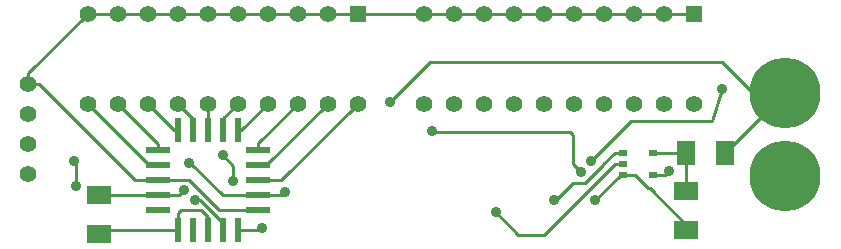
<source format=gbl>
G04 (created by PCBNEW (2013-may-18)-stable) date Thu Jun 15 09:17:52 2017*
%MOIN*%
G04 Gerber Fmt 3.4, Leading zero omitted, Abs format*
%FSLAX34Y34*%
G01*
G70*
G90*
G04 APERTURE LIST*
%ADD10C,0.00590551*%
%ADD11R,0.03X0.02*%
%ADD12R,0.08X0.06*%
%ADD13R,0.06X0.08*%
%ADD14C,0.23622*%
%ADD15R,0.0787402X0.023622*%
%ADD16R,0.023622X0.0787402*%
%ADD17R,0.055X0.055*%
%ADD18C,0.055*%
%ADD19C,0.035*%
%ADD20C,0.01*%
G04 APERTURE END LIST*
G54D10*
G54D11*
X29578Y-10985D03*
X29578Y-10235D03*
X30578Y-10985D03*
X29578Y-10610D03*
X30578Y-10235D03*
G54D12*
X31692Y-12815D03*
X31692Y-11515D03*
G54D13*
X31692Y-10236D03*
X32992Y-10236D03*
G54D12*
X12106Y-12953D03*
X12106Y-11653D03*
G54D14*
X35000Y-11003D03*
X35000Y-8248D03*
G54D15*
X17421Y-11161D03*
X17421Y-11661D03*
X17421Y-12161D03*
X17421Y-10661D03*
X17421Y-10161D03*
X14074Y-12161D03*
X14074Y-11661D03*
X14074Y-11161D03*
X14074Y-10661D03*
X14074Y-10161D03*
G54D16*
X16748Y-12834D03*
X16248Y-12834D03*
X15748Y-12834D03*
X15248Y-12834D03*
X14748Y-12834D03*
X14748Y-9488D03*
X15248Y-9488D03*
X15748Y-9488D03*
X16248Y-9488D03*
X16748Y-9488D03*
G54D17*
X20740Y-5606D03*
G54D18*
X19740Y-5606D03*
X18740Y-5606D03*
X17740Y-5606D03*
X16740Y-5606D03*
X15740Y-5606D03*
X14740Y-5606D03*
X13740Y-5606D03*
X12740Y-5606D03*
X11740Y-5606D03*
X11740Y-8606D03*
X12740Y-8606D03*
X13740Y-8606D03*
X14740Y-8606D03*
X15740Y-8606D03*
X16740Y-8606D03*
X17740Y-8606D03*
X18740Y-8606D03*
X19740Y-8606D03*
X20740Y-8606D03*
G54D17*
X31940Y-5606D03*
G54D18*
X30940Y-5606D03*
X29940Y-5606D03*
X28940Y-5606D03*
X27940Y-5606D03*
X26940Y-5606D03*
X25940Y-5606D03*
X24940Y-5606D03*
X23940Y-5606D03*
X22940Y-5606D03*
X22940Y-8606D03*
X23940Y-8606D03*
X24940Y-8606D03*
X25940Y-8606D03*
X26940Y-8606D03*
X27940Y-8606D03*
X28940Y-8606D03*
X29940Y-8606D03*
X30940Y-8606D03*
X31940Y-8606D03*
X9763Y-7964D03*
X9763Y-8964D03*
X9763Y-9952D03*
X9763Y-10952D03*
G54D19*
X28188Y-10885D03*
X23208Y-9527D03*
X14960Y-11496D03*
X16240Y-10334D03*
X16574Y-11181D03*
X25354Y-12224D03*
X18326Y-11535D03*
X15118Y-10570D03*
X21830Y-8543D03*
X15334Y-11830D03*
X28661Y-11830D03*
X31122Y-10866D03*
X28523Y-10531D03*
X32893Y-8110D03*
X27303Y-11830D03*
X17539Y-12755D03*
X11358Y-11358D03*
X11279Y-10511D03*
G54D20*
X27913Y-10374D02*
X27933Y-10374D01*
X27933Y-10393D02*
X27913Y-10374D01*
X27933Y-10629D02*
X27933Y-10393D01*
X28188Y-10885D02*
X27933Y-10629D01*
X23248Y-9566D02*
X23208Y-9527D01*
X27834Y-9566D02*
X23248Y-9566D01*
X27933Y-9665D02*
X27834Y-9566D01*
X27933Y-10374D02*
X27933Y-9665D01*
X14074Y-11661D02*
X14795Y-11661D01*
X14795Y-11661D02*
X14960Y-11496D01*
X16240Y-10334D02*
X16574Y-10669D01*
X16574Y-10669D02*
X16574Y-11181D01*
X14074Y-11661D02*
X12294Y-11661D01*
X12294Y-11661D02*
X12125Y-11830D01*
X29578Y-10610D02*
X29311Y-10610D01*
X29311Y-10610D02*
X26948Y-12972D01*
X26948Y-12972D02*
X26948Y-12992D01*
X26948Y-12992D02*
X26948Y-12972D01*
X26102Y-12972D02*
X25354Y-12224D01*
X26948Y-12972D02*
X26102Y-12972D01*
X18200Y-11661D02*
X17421Y-11661D01*
X18326Y-11535D02*
X18200Y-11661D01*
X17421Y-11661D02*
X16248Y-11661D01*
X16248Y-11661D02*
X15157Y-10570D01*
X15157Y-10570D02*
X15118Y-10570D01*
X17421Y-11161D02*
X18185Y-11161D01*
X18185Y-11161D02*
X20740Y-8606D01*
X14074Y-10661D02*
X13795Y-10661D01*
X13795Y-10661D02*
X11740Y-8606D01*
X17421Y-10661D02*
X17685Y-10661D01*
X17685Y-10661D02*
X19740Y-8606D01*
X17421Y-10161D02*
X17421Y-9925D01*
X17421Y-9925D02*
X18740Y-8606D01*
X16748Y-9488D02*
X16858Y-9488D01*
X16858Y-9488D02*
X17740Y-8606D01*
X16248Y-9488D02*
X16248Y-9098D01*
X16248Y-9098D02*
X16740Y-8606D01*
X15740Y-8606D02*
X15740Y-9480D01*
X15740Y-9480D02*
X15748Y-9488D01*
X15248Y-9488D02*
X15248Y-9114D01*
X15248Y-9114D02*
X14740Y-8606D01*
X14748Y-9488D02*
X14622Y-9488D01*
X14622Y-9488D02*
X13740Y-8606D01*
X14074Y-10161D02*
X14074Y-9940D01*
X14074Y-9940D02*
X12740Y-8606D01*
X35000Y-8248D02*
X33937Y-8248D01*
X23169Y-7204D02*
X22657Y-7716D01*
X32893Y-7204D02*
X23169Y-7204D01*
X33937Y-8248D02*
X32893Y-7204D01*
X35000Y-8248D02*
X34980Y-8248D01*
X34980Y-8248D02*
X32992Y-10236D01*
X16248Y-12834D02*
X16248Y-12586D01*
X21830Y-8543D02*
X22657Y-7716D01*
X15492Y-11830D02*
X15334Y-11830D01*
X16248Y-12586D02*
X15492Y-11830D01*
X34881Y-7539D02*
X35610Y-8267D01*
X22657Y-7716D02*
X22834Y-7539D01*
X29506Y-10985D02*
X29578Y-10985D01*
X28661Y-11830D02*
X29506Y-10985D01*
X29578Y-10985D02*
X29981Y-10985D01*
X31692Y-12637D02*
X31692Y-12815D01*
X30472Y-11417D02*
X31692Y-12637D01*
X30413Y-11417D02*
X30472Y-11417D01*
X29981Y-10985D02*
X30413Y-11417D01*
X11740Y-5606D02*
X12740Y-5606D01*
X9763Y-7964D02*
X9763Y-7582D01*
X9763Y-7582D02*
X11740Y-5606D01*
X30578Y-10985D02*
X31002Y-10985D01*
X31002Y-10985D02*
X31122Y-10866D01*
X29862Y-9192D02*
X28523Y-10531D01*
X32539Y-9192D02*
X29862Y-9192D01*
X32893Y-8110D02*
X32539Y-9192D01*
X9763Y-7964D02*
X10129Y-7964D01*
X13326Y-11161D02*
X14074Y-11161D01*
X10129Y-7964D02*
X13326Y-11161D01*
X12740Y-5606D02*
X13740Y-5606D01*
X13740Y-5606D02*
X14740Y-5606D01*
X14740Y-5606D02*
X15740Y-5606D01*
X15740Y-5606D02*
X16740Y-5606D01*
X16740Y-5606D02*
X17740Y-5606D01*
X17740Y-5606D02*
X18740Y-5606D01*
X18740Y-5606D02*
X19740Y-5606D01*
X19740Y-5606D02*
X20740Y-5606D01*
X20740Y-5606D02*
X22940Y-5606D01*
X22940Y-5606D02*
X23940Y-5606D01*
X23940Y-5606D02*
X24940Y-5606D01*
X24940Y-5606D02*
X25940Y-5606D01*
X25940Y-5606D02*
X26940Y-5606D01*
X26940Y-5606D02*
X27940Y-5606D01*
X27940Y-5606D02*
X28940Y-5606D01*
X28940Y-5606D02*
X29940Y-5606D01*
X29940Y-5606D02*
X30940Y-5606D01*
X30940Y-5606D02*
X31940Y-5606D01*
X14074Y-11161D02*
X15137Y-11161D01*
X15137Y-11161D02*
X16137Y-12161D01*
X16137Y-12161D02*
X17421Y-12161D01*
X27303Y-11830D02*
X27362Y-11830D01*
X28326Y-11259D02*
X28937Y-10649D01*
X27933Y-11259D02*
X28326Y-11259D01*
X27362Y-11830D02*
X27933Y-11259D01*
X29312Y-10235D02*
X29578Y-10235D01*
X28937Y-10649D02*
X28937Y-10610D01*
X28937Y-10610D02*
X29312Y-10235D01*
X17460Y-12834D02*
X16748Y-12834D01*
X17539Y-12755D02*
X17460Y-12834D01*
X11358Y-10590D02*
X11358Y-11358D01*
X11279Y-10511D02*
X11358Y-10590D01*
X14748Y-12834D02*
X12421Y-12834D01*
X12421Y-12834D02*
X12125Y-13130D01*
X15748Y-12834D02*
X15748Y-12381D01*
X14748Y-12259D02*
X14748Y-12834D01*
X14842Y-12165D02*
X14748Y-12259D01*
X15531Y-12165D02*
X14842Y-12165D01*
X15748Y-12381D02*
X15531Y-12165D01*
X31692Y-10236D02*
X31692Y-11514D01*
X31692Y-11514D02*
X31692Y-11515D01*
X30578Y-10235D02*
X31691Y-10235D01*
X31691Y-10235D02*
X31692Y-10236D01*
M02*

</source>
